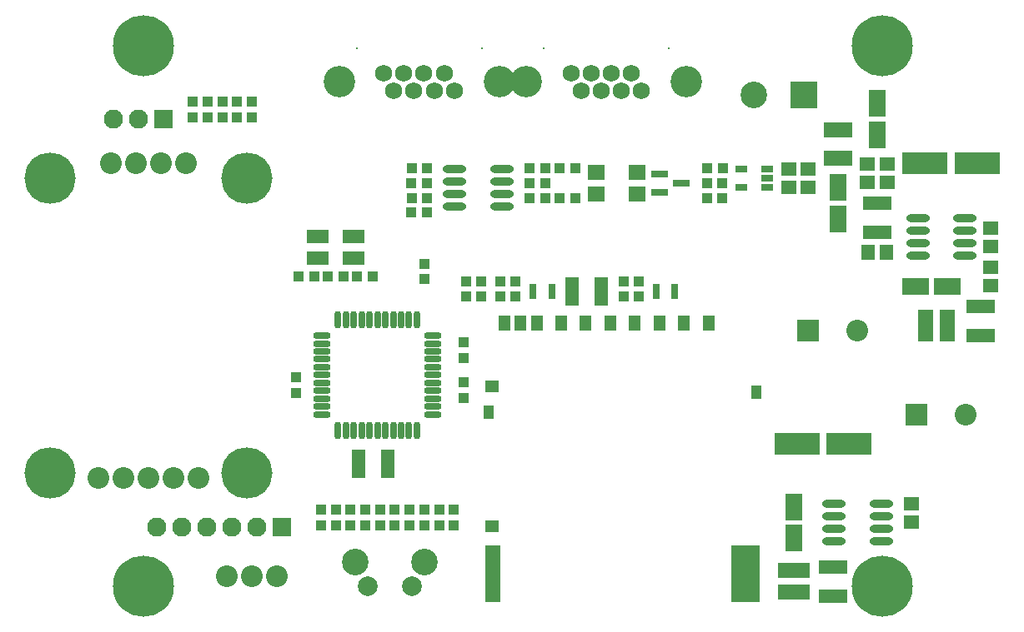
<source format=gts>
G04*
G04 #@! TF.GenerationSoftware,Altium Limited,Altium Designer,20.0.11 (256)*
G04*
G04 Layer_Color=8388736*
%FSLAX25Y25*%
%MOIN*%
G70*
G01*
G75*
%ADD50R,0.06902X0.10839*%
%ADD51R,0.11824X0.06115*%
%ADD52R,0.04147X0.04343*%
%ADD53R,0.04147X0.03950*%
%ADD54R,0.03162X0.02178*%
%ADD55R,0.04343X0.05524*%
%ADD56R,0.11824X0.22847*%
%ADD57R,0.06115X0.22847*%
%ADD58R,0.05524X0.04737*%
%ADD59R,0.04737X0.06312*%
%ADD60R,0.05131X0.06312*%
%ADD61O,0.07099X0.02965*%
%ADD62O,0.02965X0.07099*%
%ADD63R,0.06312X0.05328*%
%ADD64O,0.09461X0.03162*%
%ADD65R,0.11430X0.05721*%
%ADD66R,0.06312X0.12611*%
%ADD67R,0.10839X0.06902*%
%ADD68R,0.05328X0.06312*%
%ADD69R,0.06115X0.05524*%
%ADD70R,0.03950X0.04147*%
%ADD71R,0.18123X0.08674*%
%ADD72R,0.06706X0.06312*%
%ADD73R,0.06509X0.03162*%
%ADD74R,0.04343X0.04147*%
%ADD75R,0.05721X0.11430*%
%ADD76R,0.08674X0.05524*%
%ADD77R,0.12611X0.06312*%
%ADD78R,0.04737X0.03162*%
%ADD79C,0.10642*%
%ADD80R,0.10642X0.10642*%
%ADD81C,0.08674*%
%ADD82C,0.20485*%
%ADD83C,0.06800*%
%ADD84C,0.12611*%
%ADD85C,0.00800*%
%ADD86C,0.07690*%
%ADD87R,0.07690X0.07690*%
%ADD88R,0.08674X0.08674*%
%ADD89C,0.07887*%
%ADD90C,0.24422*%
D50*
X311024Y43701D02*
D03*
Y31102D02*
D03*
X328740Y171653D02*
D03*
Y159055D02*
D03*
X344488Y205118D02*
D03*
Y192520D02*
D03*
D51*
X328740Y194587D02*
D03*
Y183366D02*
D03*
D52*
X282677Y179134D02*
D03*
X276378D02*
D03*
X164567Y173228D02*
D03*
X158268D02*
D03*
X164567Y161417D02*
D03*
X158268D02*
D03*
X205512Y173228D02*
D03*
X211811D02*
D03*
X217323Y167323D02*
D03*
X223622D02*
D03*
X223622Y179134D02*
D03*
X217323D02*
D03*
X119291Y135827D02*
D03*
X112992D02*
D03*
X136614D02*
D03*
X142913D02*
D03*
D53*
X175197Y42421D02*
D03*
Y36319D02*
D03*
X145669D02*
D03*
Y42421D02*
D03*
X94488Y205807D02*
D03*
Y199705D02*
D03*
X88583Y205807D02*
D03*
Y199705D02*
D03*
X133858Y42421D02*
D03*
Y36319D02*
D03*
X122047Y42421D02*
D03*
Y36319D02*
D03*
X169291Y42421D02*
D03*
Y36319D02*
D03*
X139764Y42421D02*
D03*
Y36319D02*
D03*
X151575Y42421D02*
D03*
Y36319D02*
D03*
X163386Y42421D02*
D03*
Y36319D02*
D03*
X76772Y205807D02*
D03*
Y199705D02*
D03*
X82677Y205807D02*
D03*
Y199705D02*
D03*
D54*
X214370Y131890D02*
D03*
Y129921D02*
D03*
Y127953D02*
D03*
X206890D02*
D03*
Y129921D02*
D03*
Y131890D02*
D03*
X263583Y127953D02*
D03*
Y129921D02*
D03*
Y131890D02*
D03*
X256102D02*
D03*
Y129921D02*
D03*
Y127953D02*
D03*
D55*
X296280Y89567D02*
D03*
X189193Y81693D02*
D03*
D56*
X291752Y16929D02*
D03*
D57*
X190866D02*
D03*
D58*
X190571Y35827D02*
D03*
Y91929D02*
D03*
D59*
X195453Y117323D02*
D03*
D60*
X201772D02*
D03*
X208465D02*
D03*
X277067D02*
D03*
X218012D02*
D03*
X227854D02*
D03*
X237697D02*
D03*
X247539D02*
D03*
X257382D02*
D03*
X267224D02*
D03*
D61*
X122441Y80709D02*
D03*
Y83858D02*
D03*
Y87008D02*
D03*
Y90158D02*
D03*
Y93307D02*
D03*
Y96457D02*
D03*
Y99606D02*
D03*
Y102756D02*
D03*
Y105905D02*
D03*
Y109055D02*
D03*
Y112205D02*
D03*
X166929Y112205D02*
D03*
Y109055D02*
D03*
Y105905D02*
D03*
Y102756D02*
D03*
Y99606D02*
D03*
Y96457D02*
D03*
Y93307D02*
D03*
Y90158D02*
D03*
Y87008D02*
D03*
Y83858D02*
D03*
Y80709D02*
D03*
D62*
X128937Y118701D02*
D03*
X132087D02*
D03*
X135236D02*
D03*
X138386D02*
D03*
X141535D02*
D03*
X144685D02*
D03*
X147835D02*
D03*
X150984D02*
D03*
X154134D02*
D03*
X157283D02*
D03*
X160433D02*
D03*
X160433Y74213D02*
D03*
X157283D02*
D03*
X154134D02*
D03*
X150984D02*
D03*
X147835D02*
D03*
X144685D02*
D03*
X141535D02*
D03*
X138386D02*
D03*
X135236D02*
D03*
X132087D02*
D03*
X128937D02*
D03*
D63*
X358268Y37697D02*
D03*
Y44980D02*
D03*
X389764Y155217D02*
D03*
Y147933D02*
D03*
Y132185D02*
D03*
Y139469D02*
D03*
D64*
X327165Y44902D02*
D03*
Y39902D02*
D03*
Y34902D02*
D03*
Y29902D02*
D03*
X346063Y44902D02*
D03*
Y39902D02*
D03*
Y34902D02*
D03*
Y29902D02*
D03*
X379528Y144075D02*
D03*
Y149075D02*
D03*
Y154075D02*
D03*
Y159075D02*
D03*
X360630Y144075D02*
D03*
Y149075D02*
D03*
Y154075D02*
D03*
Y159075D02*
D03*
X175591Y178760D02*
D03*
Y173760D02*
D03*
Y168760D02*
D03*
Y163760D02*
D03*
X194488Y178760D02*
D03*
Y173760D02*
D03*
Y168760D02*
D03*
Y163760D02*
D03*
D65*
X385827Y123917D02*
D03*
Y112303D02*
D03*
X344488Y165256D02*
D03*
Y153642D02*
D03*
X326772Y19587D02*
D03*
Y7972D02*
D03*
D66*
X372441Y116142D02*
D03*
X363779D02*
D03*
D67*
X372441Y131890D02*
D03*
X359842D02*
D03*
D68*
X348130Y145669D02*
D03*
X340846D02*
D03*
D69*
X348425Y173425D02*
D03*
Y180905D02*
D03*
X340551Y180905D02*
D03*
Y173425D02*
D03*
X309055Y171457D02*
D03*
Y178937D02*
D03*
X316929Y171457D02*
D03*
Y178937D02*
D03*
D70*
X164469Y167323D02*
D03*
X158366D02*
D03*
X205610Y167323D02*
D03*
X211713D02*
D03*
X205610Y179134D02*
D03*
X211713D02*
D03*
X164469Y179134D02*
D03*
X158366D02*
D03*
X180020Y133858D02*
D03*
X186122D02*
D03*
X131004Y135827D02*
D03*
X124902D02*
D03*
X282579Y167323D02*
D03*
X276476D02*
D03*
Y173228D02*
D03*
X282579D02*
D03*
X186122Y127953D02*
D03*
X180020D02*
D03*
X193799D02*
D03*
X199902D02*
D03*
X193799Y133858D02*
D03*
X199902D02*
D03*
X243012Y127953D02*
D03*
X249114D02*
D03*
X243012Y133858D02*
D03*
X249114D02*
D03*
D71*
X384449Y181102D02*
D03*
X363583D02*
D03*
X333268Y68898D02*
D03*
X312402D02*
D03*
D72*
X248327Y168898D02*
D03*
Y177559D02*
D03*
X231988Y168898D02*
D03*
Y177559D02*
D03*
D73*
X266240Y173228D02*
D03*
X257382Y169488D02*
D03*
Y176969D02*
D03*
D74*
X112205Y89370D02*
D03*
Y95669D02*
D03*
X70866Y205906D02*
D03*
Y199606D02*
D03*
X163386Y134766D02*
D03*
Y141065D02*
D03*
X179134Y103150D02*
D03*
Y109449D02*
D03*
X127953Y42520D02*
D03*
Y36220D02*
D03*
X179134Y93701D02*
D03*
Y87402D02*
D03*
X157480Y36220D02*
D03*
Y42520D02*
D03*
D75*
X137106Y61024D02*
D03*
X148721D02*
D03*
X222539Y129921D02*
D03*
X234154D02*
D03*
D76*
X120669Y143307D02*
D03*
Y151969D02*
D03*
X135236Y143307D02*
D03*
Y151969D02*
D03*
D77*
X311024Y9449D02*
D03*
Y18110D02*
D03*
D78*
X289961Y171457D02*
D03*
Y178937D02*
D03*
X300590D02*
D03*
Y175197D02*
D03*
Y171457D02*
D03*
D79*
X294961Y208661D02*
D03*
X163406Y21614D02*
D03*
X135807D02*
D03*
D80*
X314961Y208661D02*
D03*
D81*
X73150Y55118D02*
D03*
X43150D02*
D03*
X53150D02*
D03*
X63150D02*
D03*
X33150D02*
D03*
X38150Y181102D02*
D03*
X48150D02*
D03*
X58150D02*
D03*
X68150D02*
D03*
X379921Y80709D02*
D03*
X336614Y114173D02*
D03*
X104488Y15748D02*
D03*
X94488D02*
D03*
X84488D02*
D03*
D82*
X13780Y175197D02*
D03*
X92520D02*
D03*
Y57087D02*
D03*
X13780D02*
D03*
D83*
X222020Y217331D02*
D03*
X226036Y210323D02*
D03*
X230052Y217331D02*
D03*
X234067Y210323D02*
D03*
X238083Y217331D02*
D03*
X242099Y210323D02*
D03*
X246115Y217331D02*
D03*
X250130Y210323D02*
D03*
X175327D02*
D03*
X171311Y217331D02*
D03*
X167296Y210323D02*
D03*
X163280Y217331D02*
D03*
X159264Y210323D02*
D03*
X155248Y217331D02*
D03*
X151233Y210323D02*
D03*
X147217Y217331D02*
D03*
D84*
X268123Y213827D02*
D03*
X204107D02*
D03*
X129304D02*
D03*
X193319D02*
D03*
D85*
X261115Y227331D02*
D03*
X211115D02*
D03*
X136311D02*
D03*
X186311D02*
D03*
D86*
X56299Y35433D02*
D03*
X66299D02*
D03*
X76299D02*
D03*
X86299D02*
D03*
X96299D02*
D03*
X39055Y198819D02*
D03*
X49055D02*
D03*
D87*
X106299Y35433D02*
D03*
X59055Y198819D02*
D03*
D88*
X360236Y80709D02*
D03*
X316929Y114173D02*
D03*
D89*
X158465Y11811D02*
D03*
X140748D02*
D03*
D90*
X51181D02*
D03*
X346457D02*
D03*
Y228346D02*
D03*
X51181D02*
D03*
M02*

</source>
